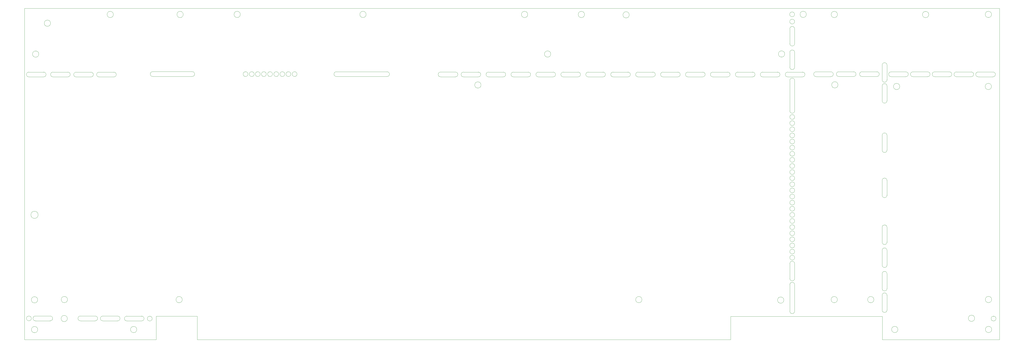
<source format=gbr>
G04 #@! TF.GenerationSoftware,KiCad,Pcbnew,7.0.6*
G04 #@! TF.CreationDate,2023-09-01T19:36:20-04:00*
G04 #@! TF.ProjectId,C128SX-mx,43313238-5358-42d6-9d78-2e6b69636164,1.0*
G04 #@! TF.SameCoordinates,Original*
G04 #@! TF.FileFunction,Profile,NP*
%FSLAX46Y46*%
G04 Gerber Fmt 4.6, Leading zero omitted, Abs format (unit mm)*
G04 Created by KiCad (PCBNEW 7.0.6) date 2023-09-01 19:36:20*
%MOMM*%
%LPD*%
G01*
G04 APERTURE LIST*
G04 #@! TA.AperFunction,Profile*
%ADD10C,0.050000*%
G04 #@! TD*
G04 APERTURE END LIST*
D10*
X337450312Y-14950000D02*
G75*
G03*
X337450312Y-14950000I-1000312J0D01*
G01*
X337475312Y-17950000D02*
G75*
G03*
X337475312Y-17950000I-1000312J0D01*
G01*
X64675000Y-145850000D02*
G75*
G03*
X64675000Y-145850000I-1300000J0D01*
G01*
X23575000Y-145875000D02*
G75*
G03*
X23575000Y-145875000I-1300000J0D01*
G01*
X412150000Y-141175000D02*
G75*
G03*
X412150000Y-141175000I-1300000J0D01*
G01*
X159775000Y-14975000D02*
G75*
G03*
X159775000Y-14975000I-1300000J0D01*
G01*
X35875000Y-141275000D02*
G75*
G03*
X35875000Y-141275000I-1300000J0D01*
G01*
X54950000Y-15000000D02*
G75*
G03*
X54950000Y-15000000I-1300000J0D01*
G01*
X268900000Y-15150000D02*
G75*
G03*
X268900000Y-15150000I-1300000J0D01*
G01*
X393125000Y-15025000D02*
G75*
G03*
X393125000Y-15025000I-1300000J0D01*
G01*
X237326921Y-38924999D02*
X231201921Y-38924999D01*
X337500312Y-98225000D02*
G75*
G03*
X337500312Y-98225000I-1000312J0D01*
G01*
X262228841Y-38925000D02*
G75*
G03*
X262228841Y-40925000I-41J-1000000D01*
G01*
X373800000Y-65200000D02*
X373800000Y-71325000D01*
X168450000Y-38775000D02*
X147450000Y-38775000D01*
X375800000Y-90075000D02*
X375800000Y-83950000D01*
X337500000Y-55025000D02*
X337500000Y-42425001D01*
X231201921Y-38925000D02*
G75*
G03*
X231201921Y-40925000I-21J-1000000D01*
G01*
X401687500Y-38825000D02*
X395562500Y-38825000D01*
X355825000Y-38774999D02*
G75*
G03*
X355825000Y-40775001I0J-1000001D01*
G01*
X55150000Y-38949999D02*
X49025000Y-38949999D01*
X395562500Y-38824999D02*
G75*
G03*
X395562500Y-40825001I0J-1000001D01*
G01*
X60550000Y-142275001D02*
X66675000Y-142275001D01*
X313940376Y-40925000D02*
X320065376Y-40925000D01*
X272571148Y-38925000D02*
G75*
G03*
X272571148Y-40925000I-48J-1000000D01*
G01*
X413625000Y-40875001D02*
X419750000Y-40875001D01*
X226800000Y-15000000D02*
G75*
G03*
X226800000Y-15000000I-1300000J0D01*
G01*
X50575000Y-142250001D02*
X56700000Y-142250001D01*
X216642307Y-40925001D02*
G75*
G03*
X216642307Y-38924999I-7J1000001D01*
G01*
X361950000Y-38775000D02*
X355825000Y-38775000D01*
X404593750Y-40850001D02*
X410718750Y-40850001D01*
X380325000Y-145825000D02*
G75*
G03*
X380325000Y-145825000I-1300000J0D01*
G01*
X196800000Y-38900000D02*
X190675000Y-38900000D01*
X333025000Y-133625000D02*
G75*
G03*
X333025000Y-133625000I-1300000J0D01*
G01*
X330407683Y-40925001D02*
G75*
G03*
X330407683Y-38924999I17J1000001D01*
G01*
X115850212Y-39769200D02*
G75*
G03*
X115850212Y-39769200I-1000312J0D01*
G01*
X375800000Y-44700000D02*
G75*
G03*
X373800000Y-44700000I-1000000J0D01*
G01*
X337500312Y-65225000D02*
G75*
G03*
X337500312Y-65225000I-1000312J0D01*
G01*
X71250000Y-40744201D02*
X87650000Y-40744200D01*
X342350000Y-14950000D02*
G75*
G03*
X342350000Y-14950000I-1300000J0D01*
G01*
X335500000Y-36875000D02*
G75*
G03*
X337500000Y-36875000I1000000J0D01*
G01*
X335500000Y-124625000D02*
G75*
G03*
X337500000Y-124625000I1000000J0D01*
G01*
X190675000Y-40900001D02*
X196800000Y-40900001D01*
X120925212Y-39769200D02*
G75*
G03*
X120925212Y-39769200I-1000312J0D01*
G01*
X375800000Y-122700000D02*
G75*
G03*
X373800000Y-122700000I-1000000J0D01*
G01*
X210517307Y-38925000D02*
G75*
G03*
X210517307Y-40925000I-7J-1000000D01*
G01*
X375800000Y-65200000D02*
G75*
G03*
X373800000Y-65200000I-1000000J0D01*
G01*
X337500000Y-118500000D02*
G75*
G03*
X335500000Y-118500000I-1000000J0D01*
G01*
X330407683Y-38924999D02*
X324282683Y-38924999D01*
X190675000Y-38899999D02*
G75*
G03*
X190675000Y-40900001I0J-1000001D01*
G01*
X335500000Y-20975000D02*
X335500000Y-27100000D01*
X373800000Y-131625000D02*
X373800000Y-137750000D01*
X268353841Y-40925001D02*
G75*
G03*
X268353841Y-38924999I-41J1000001D01*
G01*
X45650000Y-40950001D02*
G75*
G03*
X45650000Y-38949999I0J1000001D01*
G01*
X337500312Y-77925000D02*
G75*
G03*
X337500312Y-77925000I-1000312J0D01*
G01*
X371575000Y-40775000D02*
G75*
G03*
X371575000Y-38775000I0J1000000D01*
G01*
X66675000Y-140275000D02*
X60550000Y-140275000D01*
X206300000Y-38924999D02*
X200175000Y-38924999D01*
X337500312Y-90600000D02*
G75*
G03*
X337500312Y-90600000I-1000312J0D01*
G01*
X320065376Y-38924999D02*
X313940376Y-38924999D01*
X226984614Y-40925001D02*
G75*
G03*
X226984614Y-38924999I-14J1000001D01*
G01*
X128550212Y-39769200D02*
G75*
G03*
X128550212Y-39769200I-1000312J0D01*
G01*
X200175000Y-38925000D02*
G75*
G03*
X200175000Y-40925000I0J-1000000D01*
G01*
X373827000Y-140394000D02*
X373827000Y-150046000D01*
X293255762Y-38925000D02*
G75*
G03*
X293255762Y-40925000I38J-1000000D01*
G01*
X410718750Y-40850000D02*
G75*
G03*
X410718750Y-38850000I-50J1000000D01*
G01*
X36050000Y-38925000D02*
X29925000Y-38925000D01*
X39525000Y-40950000D02*
X45650000Y-40950000D01*
X373800000Y-90075000D02*
G75*
G03*
X375800000Y-90075000I1000000J0D01*
G01*
X335499999Y-127225002D02*
X335500000Y-138225002D01*
X335499999Y-42425001D02*
X335500000Y-55025001D01*
X375800000Y-131625000D02*
G75*
G03*
X373800000Y-131625000I-1000000J0D01*
G01*
X335500000Y-30750000D02*
X335500000Y-36875000D01*
X375800000Y-128825000D02*
X375800000Y-122700000D01*
X196800000Y-40900000D02*
G75*
G03*
X196800000Y-38900000I0J1000000D01*
G01*
X395562500Y-40825001D02*
X401687500Y-40825001D01*
X346400000Y-38799999D02*
G75*
G03*
X346400000Y-40800001I0J-1000001D01*
G01*
X401687500Y-40825000D02*
G75*
G03*
X401687500Y-38825000I0J1000000D01*
G01*
X216642307Y-38924999D02*
X210517307Y-38924999D01*
X333375000Y-31400000D02*
G75*
G03*
X333375000Y-31400000I-1300000J0D01*
G01*
X337500312Y-100775000D02*
G75*
G03*
X337500312Y-100775000I-1000312J0D01*
G01*
X83525000Y-133425000D02*
G75*
G03*
X83525000Y-133425000I-1300000J0D01*
G01*
X337500312Y-75375000D02*
G75*
G03*
X337500312Y-75375000I-1000312J0D01*
G01*
X352525000Y-38800000D02*
X346400000Y-38800000D01*
X373800000Y-128825000D02*
G75*
G03*
X375800000Y-128825000I1000000J0D01*
G01*
X49025000Y-40950000D02*
X55150000Y-40950000D01*
X87650000Y-40744200D02*
G75*
G03*
X87650000Y-38744200I0J1000000D01*
G01*
X113350212Y-39769200D02*
G75*
G03*
X113350212Y-39769200I-1000312J0D01*
G01*
X365450000Y-40775001D02*
X371575000Y-40775001D01*
X220859614Y-40925000D02*
X226984614Y-40925000D01*
X419200000Y-133375000D02*
G75*
G03*
X419200000Y-133375000I-1300000J0D01*
G01*
X373800000Y-36025000D02*
X373800000Y-42150000D01*
X377500000Y-38824999D02*
G75*
G03*
X377500000Y-40825001I0J-1000001D01*
G01*
X419750000Y-38875000D02*
X413625000Y-38875000D01*
X123500212Y-39769200D02*
G75*
G03*
X123500212Y-39769200I-1000312J0D01*
G01*
X375800000Y-119087500D02*
X375800000Y-112962500D01*
X282913455Y-40925000D02*
X289038455Y-40925000D01*
X55150000Y-40950001D02*
G75*
G03*
X55150000Y-38949999I0J1000001D01*
G01*
X373827000Y-140394000D02*
X310962000Y-140394000D01*
X373800000Y-119087500D02*
G75*
G03*
X375800000Y-119087500I1000000J0D01*
G01*
X22625000Y-140224999D02*
G75*
G03*
X22625000Y-142225001I0J-1000001D01*
G01*
X375800000Y-36025000D02*
G75*
G03*
X373800000Y-36025000I-1000000J0D01*
G01*
X373800000Y-71325000D02*
G75*
G03*
X375800000Y-71325000I1000000J0D01*
G01*
X72725000Y-150050000D02*
X72725000Y-140275000D01*
X373800000Y-83950000D02*
X373800000Y-90075000D01*
X422500000Y-12450000D02*
X18100000Y-12450000D01*
X247669228Y-40925001D02*
G75*
G03*
X247669228Y-38924999I-28J1000001D01*
G01*
X404593750Y-38849999D02*
G75*
G03*
X404593750Y-40850001I-50J-1000001D01*
G01*
X251886534Y-40925000D02*
X258011534Y-40925000D01*
X50575000Y-140249999D02*
G75*
G03*
X50575000Y-142250001I0J-1000001D01*
G01*
X337500312Y-95675000D02*
G75*
G03*
X337500312Y-95675000I-1000312J0D01*
G01*
X36050000Y-40925000D02*
G75*
G03*
X36050000Y-38925000I0J1000000D01*
G01*
X337500000Y-30750000D02*
G75*
G03*
X335500000Y-30750000I-1000000J0D01*
G01*
X419750000Y-40875000D02*
G75*
G03*
X419750000Y-38875000I0J1000000D01*
G01*
X335500000Y-55025001D02*
G75*
G03*
X337500000Y-55025000I1000000J1D01*
G01*
X45650000Y-38949999D02*
X39525000Y-38949999D01*
X334625000Y-40925000D02*
X340750000Y-40925000D01*
X335500000Y-118500000D02*
X335500000Y-124625000D01*
X303598069Y-38925000D02*
G75*
G03*
X303598069Y-40925000I31J-1000000D01*
G01*
X83925124Y-15000000D02*
G75*
G03*
X83925124Y-15000000I-1300000J0D01*
G01*
X373800000Y-42150000D02*
G75*
G03*
X375800000Y-42150000I1000000J0D01*
G01*
X226984614Y-38924999D02*
X220859614Y-38924999D01*
X278696148Y-40925001D02*
G75*
G03*
X278696148Y-38924999I-48J1000001D01*
G01*
X47400000Y-142225000D02*
G75*
G03*
X47400000Y-140225000I0J1000000D01*
G01*
X375800000Y-83950000D02*
G75*
G03*
X373800000Y-83950000I-1000000J0D01*
G01*
X241544228Y-38925000D02*
G75*
G03*
X241544228Y-40925000I-28J-1000000D01*
G01*
X39525000Y-38950000D02*
G75*
G03*
X39525000Y-40950000I0J-1000000D01*
G01*
X274175000Y-133425000D02*
G75*
G03*
X274175000Y-133425000I-1300000J0D01*
G01*
X337500312Y-80450000D02*
G75*
G03*
X337500312Y-80450000I-1000312J0D01*
G01*
X320065376Y-40925001D02*
G75*
G03*
X320065376Y-38924999I24J1000001D01*
G01*
X200175000Y-40925000D02*
X206300000Y-40925000D01*
X377500000Y-40825001D02*
X383625000Y-40825001D01*
X352525000Y-40800000D02*
G75*
G03*
X352525000Y-38800000I0J1000000D01*
G01*
X241544228Y-40925000D02*
X247669228Y-40925000D01*
X381100000Y-44900000D02*
G75*
G03*
X381100000Y-44900000I-1300000J0D01*
G01*
X375800000Y-103412500D02*
G75*
G03*
X373800000Y-103412500I-1000000J0D01*
G01*
X147450000Y-38775000D02*
G75*
G03*
X147450000Y-40775000I0J-1000000D01*
G01*
X23750208Y-98200000D02*
G75*
G03*
X23750208Y-98200000I-1500208J0D01*
G01*
X373800000Y-44700000D02*
X373800000Y-50825000D01*
X337500312Y-62675000D02*
G75*
G03*
X337500312Y-62675000I-1000312J0D01*
G01*
X251886534Y-38925000D02*
G75*
G03*
X251886534Y-40925000I-34J-1000000D01*
G01*
X250350000Y-15000000D02*
G75*
G03*
X250350000Y-15000000I-1300000J0D01*
G01*
X206300000Y-40925001D02*
G75*
G03*
X206300000Y-38924999I0J1000001D01*
G01*
X337500312Y-105850000D02*
G75*
G03*
X337500312Y-105850000I-1000312J0D01*
G01*
X168450000Y-40775000D02*
G75*
G03*
X168450000Y-38775000I0J1000000D01*
G01*
X22625000Y-142225001D02*
X28750000Y-142225001D01*
X35925000Y-133400000D02*
G75*
G03*
X35925000Y-133400000I-1300000J0D01*
G01*
X337500000Y-138225003D02*
X337500000Y-127225002D01*
X375800000Y-50825000D02*
X375800000Y-44700000D01*
X110775212Y-39769200D02*
G75*
G03*
X110775212Y-39769200I-1000312J0D01*
G01*
X26025000Y-38925000D02*
X19900000Y-38925000D01*
X373800000Y-103412500D02*
X373800000Y-109537500D01*
X383625000Y-40825000D02*
G75*
G03*
X383625000Y-38825000I0J1000000D01*
G01*
X247669228Y-38924999D02*
X241544228Y-38924999D01*
X375800000Y-137750000D02*
X375800000Y-131625000D01*
X337499999Y-127225002D02*
G75*
G03*
X335499999Y-127225002I-1000000J1D01*
G01*
X346400000Y-40800001D02*
X352525000Y-40800001D01*
X337500001Y-42425001D02*
G75*
G03*
X335499999Y-42425001I-1000001J0D01*
G01*
X337500312Y-72850000D02*
G75*
G03*
X337500312Y-72850000I-1000312J0D01*
G01*
X29925000Y-38924999D02*
G75*
G03*
X29925000Y-40925001I0J-1000001D01*
G01*
X334625000Y-38925000D02*
G75*
G03*
X334625000Y-40925000I0J-1000000D01*
G01*
X324282683Y-40925000D02*
X330407683Y-40925000D01*
X419150000Y-14975000D02*
G75*
G03*
X419150000Y-14975000I-1300000J0D01*
G01*
X24024876Y-31450000D02*
G75*
G03*
X24024876Y-31450000I-1300000J0D01*
G01*
X19900000Y-38924999D02*
G75*
G03*
X19900000Y-40925001I0J-1000001D01*
G01*
X373800000Y-122700000D02*
X373800000Y-128825000D01*
X268353841Y-38924999D02*
X262228841Y-38924999D01*
X289038455Y-38924999D02*
X282913455Y-38924999D01*
X373800000Y-50825000D02*
G75*
G03*
X375800000Y-50825000I1000000J0D01*
G01*
X337500312Y-60125000D02*
G75*
G03*
X337500312Y-60125000I-1000312J0D01*
G01*
X371575000Y-38775000D02*
X365450000Y-38775000D01*
X23550000Y-133500000D02*
G75*
G03*
X23550000Y-133500000I-1300000J0D01*
G01*
X355249876Y-15000000D02*
G75*
G03*
X355249876Y-15000000I-1300000J0D01*
G01*
X71050312Y-141300000D02*
G75*
G03*
X71050312Y-141300000I-1000312J0D01*
G01*
X107600000Y-14975000D02*
G75*
G03*
X107600000Y-14975000I-1300000J0D01*
G01*
X337500312Y-103325000D02*
G75*
G03*
X337500312Y-103325000I-1000312J0D01*
G01*
X126025212Y-39769200D02*
G75*
G03*
X126025212Y-39769200I-1000312J0D01*
G01*
X337500312Y-88075000D02*
G75*
G03*
X337500312Y-88075000I-1000312J0D01*
G01*
X421000312Y-141300000D02*
G75*
G03*
X421000312Y-141300000I-1000312J0D01*
G01*
X337500000Y-124625000D02*
X337500000Y-118500000D01*
X335500000Y-27100000D02*
G75*
G03*
X337500000Y-27100000I1000000J0D01*
G01*
X337500312Y-82975000D02*
G75*
G03*
X337500312Y-82975000I-1000312J0D01*
G01*
X131125212Y-39769200D02*
G75*
G03*
X131125212Y-39769200I-1000312J0D01*
G01*
X18100000Y-16950000D02*
X18100000Y-12450000D01*
X231201921Y-40925000D02*
X237326921Y-40925000D01*
X309723069Y-40925001D02*
G75*
G03*
X309723069Y-38924999I31J1000001D01*
G01*
X392656250Y-40825000D02*
G75*
G03*
X392656250Y-38825000I-50J1000000D01*
G01*
X220859614Y-38925000D02*
G75*
G03*
X220859614Y-40925000I-14J-1000000D01*
G01*
X355825000Y-40775001D02*
X361950000Y-40775001D01*
X337500312Y-110925000D02*
G75*
G03*
X337500312Y-110925000I-1000312J0D01*
G01*
X375800000Y-109537500D02*
X375800000Y-103412500D01*
X237326921Y-40925001D02*
G75*
G03*
X237326921Y-38924999I-21J1000001D01*
G01*
X373800000Y-112962500D02*
X373800000Y-119087500D01*
X386531250Y-38824999D02*
G75*
G03*
X386531250Y-40825001I-50J-1000001D01*
G01*
X337500312Y-67750000D02*
G75*
G03*
X337500312Y-67750000I-1000312J0D01*
G01*
X49025000Y-38950000D02*
G75*
G03*
X49025000Y-40950000I0J-1000000D01*
G01*
X337500312Y-116000000D02*
G75*
G03*
X337500312Y-116000000I-1000312J0D01*
G01*
X370375000Y-133425000D02*
G75*
G03*
X370375000Y-133425000I-1300000J0D01*
G01*
X18075000Y-150050000D02*
X18100000Y-16950000D01*
X71250000Y-38744200D02*
X87650000Y-38744200D01*
X422500000Y-150050000D02*
X373827000Y-150046000D01*
X375800000Y-71325000D02*
X375800000Y-65200000D01*
X375800000Y-42150000D02*
X375800000Y-36025000D01*
X337500000Y-36875000D02*
X337500000Y-30750000D01*
X258011534Y-38924999D02*
X251886534Y-38924999D01*
X41275000Y-140224999D02*
G75*
G03*
X41275000Y-142225001I0J-1000001D01*
G01*
X337500312Y-70300000D02*
G75*
G03*
X337500312Y-70300000I-1000312J0D01*
G01*
X355475000Y-44225000D02*
G75*
G03*
X355475000Y-44225000I-1300000J0D01*
G01*
X293255762Y-40925000D02*
X299380762Y-40925000D01*
X422500000Y-16950000D02*
X422500000Y-12450000D01*
X375800000Y-112962500D02*
G75*
G03*
X373800000Y-112962500I-1000000J0D01*
G01*
X60550000Y-140274999D02*
G75*
G03*
X60550000Y-142275001I0J-1000001D01*
G01*
X236350000Y-31425000D02*
G75*
G03*
X236350000Y-31425000I-1300000J0D01*
G01*
X278696148Y-38924999D02*
X272571148Y-38924999D01*
X66675000Y-142275000D02*
G75*
G03*
X66675000Y-140275000I0J1000000D01*
G01*
X26025000Y-40925000D02*
G75*
G03*
X26025000Y-38925000I0J1000000D01*
G01*
X335500000Y-138225002D02*
G75*
G03*
X337500000Y-138225003I1000000J2D01*
G01*
X337500000Y-27100000D02*
X337500000Y-20975000D01*
X19900000Y-40925001D02*
X26025000Y-40925001D01*
X258011534Y-40925001D02*
G75*
G03*
X258011534Y-38924999I-34J1000001D01*
G01*
X28900000Y-18625000D02*
G75*
G03*
X28900000Y-18625000I-1300000J0D01*
G01*
X337500000Y-20975000D02*
G75*
G03*
X335500000Y-20975000I-1000000J0D01*
G01*
X419125000Y-44900000D02*
G75*
G03*
X419125000Y-44900000I-1300000J0D01*
G01*
X299380762Y-38924999D02*
X293255762Y-38924999D01*
X410718750Y-38850000D02*
X404593750Y-38850000D01*
X303598069Y-40925000D02*
X309723069Y-40925000D01*
X373800000Y-109537500D02*
G75*
G03*
X375800000Y-109537500I1000000J0D01*
G01*
X313940376Y-38925000D02*
G75*
G03*
X313940376Y-40925000I24J-1000000D01*
G01*
X282913455Y-38925000D02*
G75*
G03*
X282913455Y-40925000I45J-1000000D01*
G01*
X56700000Y-140250000D02*
X50575000Y-140250000D01*
X337500312Y-113475000D02*
G75*
G03*
X337500312Y-113475000I-1000312J0D01*
G01*
X361950000Y-40775000D02*
G75*
G03*
X361950000Y-38775000I0J1000000D01*
G01*
X337500312Y-57575000D02*
G75*
G03*
X337500312Y-57575000I-1000312J0D01*
G01*
X365450000Y-38774999D02*
G75*
G03*
X365450000Y-40775001I0J-1000001D01*
G01*
X355225000Y-133425000D02*
G75*
G03*
X355225000Y-133425000I-1300000J0D01*
G01*
X272571148Y-40925000D02*
X278696148Y-40925000D01*
X20925000Y-141225000D02*
G75*
G03*
X20925000Y-141225000I-1000312J0D01*
G01*
X413625000Y-38874999D02*
G75*
G03*
X413625000Y-40875001I0J-1000001D01*
G01*
X310962000Y-150046000D02*
X89728000Y-150046000D01*
X310962000Y-140394000D02*
X310962000Y-150046000D01*
X309723069Y-38924999D02*
X303598069Y-38924999D01*
X324282683Y-38925000D02*
G75*
G03*
X324282683Y-40925000I17J-1000000D01*
G01*
X89728000Y-140267000D02*
X72725000Y-140275000D01*
X207425000Y-44275000D02*
G75*
G03*
X207425000Y-44275000I-1300000J0D01*
G01*
X28750000Y-142225000D02*
G75*
G03*
X28750000Y-140225000I0J1000000D01*
G01*
X337500312Y-85525000D02*
G75*
G03*
X337500312Y-85525000I-1000312J0D01*
G01*
X289038455Y-40925001D02*
G75*
G03*
X289038455Y-38924999I45J1000001D01*
G01*
X386531250Y-40825001D02*
X392656250Y-40825001D01*
X89728000Y-150046000D02*
X89728000Y-140267000D01*
X210517307Y-40925000D02*
X216642307Y-40925000D01*
X337500312Y-93150000D02*
G75*
G03*
X337500312Y-93150000I-1000312J0D01*
G01*
X118375212Y-39769200D02*
G75*
G03*
X118375212Y-39769200I-1000312J0D01*
G01*
X56700000Y-142250000D02*
G75*
G03*
X56700000Y-140250000I0J1000000D01*
G01*
X299380762Y-40925001D02*
G75*
G03*
X299380762Y-38924999I38J1000001D01*
G01*
X340750000Y-38924999D02*
X334625000Y-38924999D01*
X41275000Y-142225001D02*
X47400000Y-142225001D01*
X29925000Y-40925001D02*
X36050000Y-40925001D01*
X147450000Y-40775000D02*
X168450000Y-40775000D01*
X340750000Y-40925001D02*
G75*
G03*
X340750000Y-38924999I0J1000001D01*
G01*
X373800000Y-137750000D02*
G75*
G03*
X375800000Y-137750000I1000000J0D01*
G01*
X383625000Y-38825000D02*
X377500000Y-38825000D01*
X337500312Y-108375000D02*
G75*
G03*
X337500312Y-108375000I-1000312J0D01*
G01*
X72725000Y-150050000D02*
X18075000Y-150050000D01*
X419225000Y-145825000D02*
G75*
G03*
X419225000Y-145825000I-1300000J0D01*
G01*
X422500000Y-16950000D02*
X422500000Y-150050000D01*
X262228841Y-40925000D02*
X268353841Y-40925000D01*
X47400000Y-140225000D02*
X41275000Y-140225000D01*
X71250000Y-38744199D02*
G75*
G03*
X71250000Y-40744201I0J-1000001D01*
G01*
X28750000Y-140225000D02*
X22625000Y-140225000D01*
X392656250Y-38825000D02*
X386531250Y-38825000D01*
M02*

</source>
